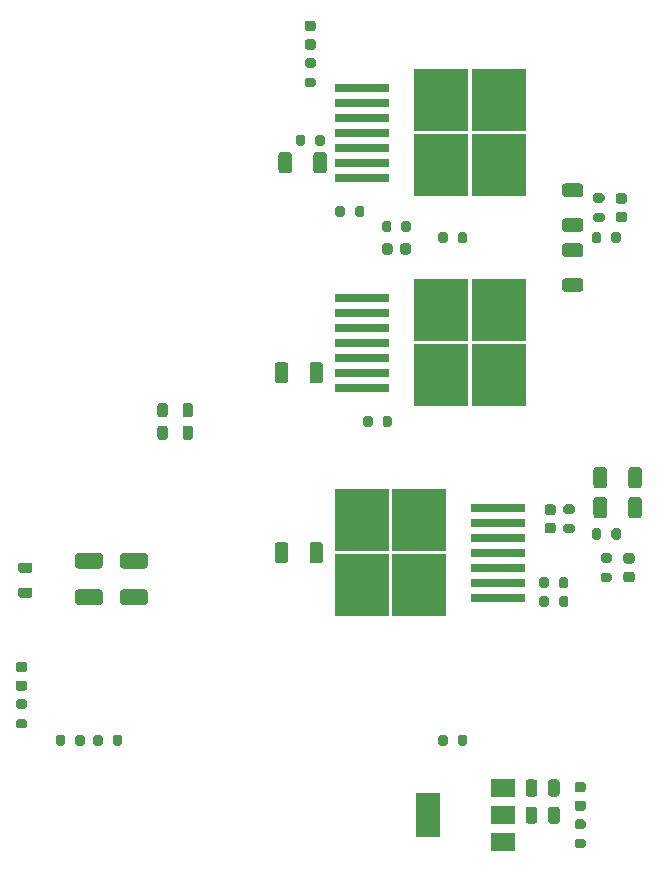
<source format=gbr>
%TF.GenerationSoftware,KiCad,Pcbnew,(5.1.9-0-10_14)*%
%TF.CreationDate,2021-03-28T17:01:51+02:00*%
%TF.ProjectId,Power-Supply,506f7765-722d-4537-9570-706c792e6b69,rev?*%
%TF.SameCoordinates,Original*%
%TF.FileFunction,Paste,Top*%
%TF.FilePolarity,Positive*%
%FSLAX46Y46*%
G04 Gerber Fmt 4.6, Leading zero omitted, Abs format (unit mm)*
G04 Created by KiCad (PCBNEW (5.1.9-0-10_14)) date 2021-03-28 17:01:51*
%MOMM*%
%LPD*%
G01*
G04 APERTURE LIST*
%ADD10R,2.000000X1.500000*%
%ADD11R,2.000000X3.800000*%
%ADD12R,4.550000X5.250000*%
%ADD13R,4.600000X0.800000*%
G04 APERTURE END LIST*
%TO.C,R2*%
G36*
G01*
X151480000Y-83215000D02*
X151480000Y-83765000D01*
G75*
G02*
X151280000Y-83965000I-200000J0D01*
G01*
X150880000Y-83965000D01*
G75*
G02*
X150680000Y-83765000I0J200000D01*
G01*
X150680000Y-83215000D01*
G75*
G02*
X150880000Y-83015000I200000J0D01*
G01*
X151280000Y-83015000D01*
G75*
G02*
X151480000Y-83215000I0J-200000D01*
G01*
G37*
G36*
G01*
X153130000Y-83215000D02*
X153130000Y-83765000D01*
G75*
G02*
X152930000Y-83965000I-200000J0D01*
G01*
X152530000Y-83965000D01*
G75*
G02*
X152330000Y-83765000I0J200000D01*
G01*
X152330000Y-83215000D01*
G75*
G02*
X152530000Y-83015000I200000J0D01*
G01*
X152930000Y-83015000D01*
G75*
G02*
X153130000Y-83215000I0J-200000D01*
G01*
G37*
%TD*%
%TO.C,C13*%
G36*
G01*
X140105000Y-77790001D02*
X140105000Y-76489999D01*
G75*
G02*
X140354999Y-76240000I249999J0D01*
G01*
X141005001Y-76240000D01*
G75*
G02*
X141255000Y-76489999I0J-249999D01*
G01*
X141255000Y-77790001D01*
G75*
G02*
X141005001Y-78040000I-249999J0D01*
G01*
X140354999Y-78040000D01*
G75*
G02*
X140105000Y-77790001I0J249999D01*
G01*
G37*
G36*
G01*
X137155000Y-77790001D02*
X137155000Y-76489999D01*
G75*
G02*
X137404999Y-76240000I249999J0D01*
G01*
X138055001Y-76240000D01*
G75*
G02*
X138305000Y-76489999I0J-249999D01*
G01*
X138305000Y-77790001D01*
G75*
G02*
X138055001Y-78040000I-249999J0D01*
G01*
X137404999Y-78040000D01*
G75*
G02*
X137155000Y-77790001I0J249999D01*
G01*
G37*
%TD*%
%TO.C,R4*%
G36*
G01*
X147567500Y-82812500D02*
X147567500Y-82262500D01*
G75*
G02*
X147767500Y-82062500I200000J0D01*
G01*
X148167500Y-82062500D01*
G75*
G02*
X148367500Y-82262500I0J-200000D01*
G01*
X148367500Y-82812500D01*
G75*
G02*
X148167500Y-83012500I-200000J0D01*
G01*
X147767500Y-83012500D01*
G75*
G02*
X147567500Y-82812500I0J200000D01*
G01*
G37*
G36*
G01*
X145917500Y-82812500D02*
X145917500Y-82262500D01*
G75*
G02*
X146117500Y-82062500I200000J0D01*
G01*
X146517500Y-82062500D01*
G75*
G02*
X146717500Y-82262500I0J-200000D01*
G01*
X146717500Y-82812500D01*
G75*
G02*
X146517500Y-83012500I-200000J0D01*
G01*
X146117500Y-83012500D01*
G75*
G02*
X145917500Y-82812500I0J200000D01*
G01*
G37*
%TD*%
%TO.C,R10*%
G36*
G01*
X160902500Y-112975000D02*
X160902500Y-112425000D01*
G75*
G02*
X161102500Y-112225000I200000J0D01*
G01*
X161502500Y-112225000D01*
G75*
G02*
X161702500Y-112425000I0J-200000D01*
G01*
X161702500Y-112975000D01*
G75*
G02*
X161502500Y-113175000I-200000J0D01*
G01*
X161102500Y-113175000D01*
G75*
G02*
X160902500Y-112975000I0J200000D01*
G01*
G37*
G36*
G01*
X159252500Y-112975000D02*
X159252500Y-112425000D01*
G75*
G02*
X159452500Y-112225000I200000J0D01*
G01*
X159852500Y-112225000D01*
G75*
G02*
X160052500Y-112425000I0J-200000D01*
G01*
X160052500Y-112975000D01*
G75*
G02*
X159852500Y-113175000I-200000J0D01*
G01*
X159452500Y-113175000D01*
G75*
G02*
X159252500Y-112975000I0J200000D01*
G01*
G37*
%TD*%
%TO.C,C6*%
G36*
G01*
X166775000Y-107000001D02*
X166775000Y-105699999D01*
G75*
G02*
X167024999Y-105450000I249999J0D01*
G01*
X167675001Y-105450000D01*
G75*
G02*
X167925000Y-105699999I0J-249999D01*
G01*
X167925000Y-107000001D01*
G75*
G02*
X167675001Y-107250000I-249999J0D01*
G01*
X167024999Y-107250000D01*
G75*
G02*
X166775000Y-107000001I0J249999D01*
G01*
G37*
G36*
G01*
X163825000Y-107000001D02*
X163825000Y-105699999D01*
G75*
G02*
X164074999Y-105450000I249999J0D01*
G01*
X164725001Y-105450000D01*
G75*
G02*
X164975000Y-105699999I0J-249999D01*
G01*
X164975000Y-107000001D01*
G75*
G02*
X164725001Y-107250000I-249999J0D01*
G01*
X164074999Y-107250000D01*
G75*
G02*
X163825000Y-107000001I0J249999D01*
G01*
G37*
%TD*%
%TO.C,R24*%
G36*
G01*
X140115000Y-69095000D02*
X139565000Y-69095000D01*
G75*
G02*
X139365000Y-68895000I0J200000D01*
G01*
X139365000Y-68495000D01*
G75*
G02*
X139565000Y-68295000I200000J0D01*
G01*
X140115000Y-68295000D01*
G75*
G02*
X140315000Y-68495000I0J-200000D01*
G01*
X140315000Y-68895000D01*
G75*
G02*
X140115000Y-69095000I-200000J0D01*
G01*
G37*
G36*
G01*
X140115000Y-70745000D02*
X139565000Y-70745000D01*
G75*
G02*
X139365000Y-70545000I0J200000D01*
G01*
X139365000Y-70145000D01*
G75*
G02*
X139565000Y-69945000I200000J0D01*
G01*
X140115000Y-69945000D01*
G75*
G02*
X140315000Y-70145000I0J-200000D01*
G01*
X140315000Y-70545000D01*
G75*
G02*
X140115000Y-70745000I-200000J0D01*
G01*
G37*
%TD*%
%TO.C,R14*%
G36*
G01*
X162975000Y-133547500D02*
X162425000Y-133547500D01*
G75*
G02*
X162225000Y-133347500I0J200000D01*
G01*
X162225000Y-132947500D01*
G75*
G02*
X162425000Y-132747500I200000J0D01*
G01*
X162975000Y-132747500D01*
G75*
G02*
X163175000Y-132947500I0J-200000D01*
G01*
X163175000Y-133347500D01*
G75*
G02*
X162975000Y-133547500I-200000J0D01*
G01*
G37*
G36*
G01*
X162975000Y-135197500D02*
X162425000Y-135197500D01*
G75*
G02*
X162225000Y-134997500I0J200000D01*
G01*
X162225000Y-134597500D01*
G75*
G02*
X162425000Y-134397500I200000J0D01*
G01*
X162975000Y-134397500D01*
G75*
G02*
X163175000Y-134597500I0J-200000D01*
G01*
X163175000Y-134997500D01*
G75*
G02*
X162975000Y-135197500I-200000J0D01*
G01*
G37*
%TD*%
%TO.C,R13*%
G36*
G01*
X115667500Y-123387500D02*
X115117500Y-123387500D01*
G75*
G02*
X114917500Y-123187500I0J200000D01*
G01*
X114917500Y-122787500D01*
G75*
G02*
X115117500Y-122587500I200000J0D01*
G01*
X115667500Y-122587500D01*
G75*
G02*
X115867500Y-122787500I0J-200000D01*
G01*
X115867500Y-123187500D01*
G75*
G02*
X115667500Y-123387500I-200000J0D01*
G01*
G37*
G36*
G01*
X115667500Y-125037500D02*
X115117500Y-125037500D01*
G75*
G02*
X114917500Y-124837500I0J200000D01*
G01*
X114917500Y-124437500D01*
G75*
G02*
X115117500Y-124237500I200000J0D01*
G01*
X115667500Y-124237500D01*
G75*
G02*
X115867500Y-124437500I0J-200000D01*
G01*
X115867500Y-124837500D01*
G75*
G02*
X115667500Y-125037500I-200000J0D01*
G01*
G37*
%TD*%
%TO.C,R12*%
G36*
G01*
X164647500Y-111855000D02*
X165197500Y-111855000D01*
G75*
G02*
X165397500Y-112055000I0J-200000D01*
G01*
X165397500Y-112455000D01*
G75*
G02*
X165197500Y-112655000I-200000J0D01*
G01*
X164647500Y-112655000D01*
G75*
G02*
X164447500Y-112455000I0J200000D01*
G01*
X164447500Y-112055000D01*
G75*
G02*
X164647500Y-111855000I200000J0D01*
G01*
G37*
G36*
G01*
X164647500Y-110205000D02*
X165197500Y-110205000D01*
G75*
G02*
X165397500Y-110405000I0J-200000D01*
G01*
X165397500Y-110805000D01*
G75*
G02*
X165197500Y-111005000I-200000J0D01*
G01*
X164647500Y-111005000D01*
G75*
G02*
X164447500Y-110805000I0J200000D01*
G01*
X164447500Y-110405000D01*
G75*
G02*
X164647500Y-110205000I200000J0D01*
G01*
G37*
%TD*%
%TO.C,R11*%
G36*
G01*
X164562500Y-80525000D02*
X164012500Y-80525000D01*
G75*
G02*
X163812500Y-80325000I0J200000D01*
G01*
X163812500Y-79925000D01*
G75*
G02*
X164012500Y-79725000I200000J0D01*
G01*
X164562500Y-79725000D01*
G75*
G02*
X164762500Y-79925000I0J-200000D01*
G01*
X164762500Y-80325000D01*
G75*
G02*
X164562500Y-80525000I-200000J0D01*
G01*
G37*
G36*
G01*
X164562500Y-82175000D02*
X164012500Y-82175000D01*
G75*
G02*
X163812500Y-81975000I0J200000D01*
G01*
X163812500Y-81575000D01*
G75*
G02*
X164012500Y-81375000I200000J0D01*
G01*
X164562500Y-81375000D01*
G75*
G02*
X164762500Y-81575000I0J-200000D01*
G01*
X164762500Y-81975000D01*
G75*
G02*
X164562500Y-82175000I-200000J0D01*
G01*
G37*
%TD*%
%TO.C,D5*%
G36*
G01*
X139583750Y-66695000D02*
X140096250Y-66695000D01*
G75*
G02*
X140315000Y-66913750I0J-218750D01*
G01*
X140315000Y-67351250D01*
G75*
G02*
X140096250Y-67570000I-218750J0D01*
G01*
X139583750Y-67570000D01*
G75*
G02*
X139365000Y-67351250I0J218750D01*
G01*
X139365000Y-66913750D01*
G75*
G02*
X139583750Y-66695000I218750J0D01*
G01*
G37*
G36*
G01*
X139583750Y-65120000D02*
X140096250Y-65120000D01*
G75*
G02*
X140315000Y-65338750I0J-218750D01*
G01*
X140315000Y-65776250D01*
G75*
G02*
X140096250Y-65995000I-218750J0D01*
G01*
X139583750Y-65995000D01*
G75*
G02*
X139365000Y-65776250I0J218750D01*
G01*
X139365000Y-65338750D01*
G75*
G02*
X139583750Y-65120000I218750J0D01*
G01*
G37*
%TD*%
%TO.C,D4*%
G36*
G01*
X162443750Y-131147500D02*
X162956250Y-131147500D01*
G75*
G02*
X163175000Y-131366250I0J-218750D01*
G01*
X163175000Y-131803750D01*
G75*
G02*
X162956250Y-132022500I-218750J0D01*
G01*
X162443750Y-132022500D01*
G75*
G02*
X162225000Y-131803750I0J218750D01*
G01*
X162225000Y-131366250D01*
G75*
G02*
X162443750Y-131147500I218750J0D01*
G01*
G37*
G36*
G01*
X162443750Y-129572500D02*
X162956250Y-129572500D01*
G75*
G02*
X163175000Y-129791250I0J-218750D01*
G01*
X163175000Y-130228750D01*
G75*
G02*
X162956250Y-130447500I-218750J0D01*
G01*
X162443750Y-130447500D01*
G75*
G02*
X162225000Y-130228750I0J218750D01*
G01*
X162225000Y-129791250D01*
G75*
G02*
X162443750Y-129572500I218750J0D01*
G01*
G37*
%TD*%
%TO.C,D3*%
G36*
G01*
X115136250Y-120987500D02*
X115648750Y-120987500D01*
G75*
G02*
X115867500Y-121206250I0J-218750D01*
G01*
X115867500Y-121643750D01*
G75*
G02*
X115648750Y-121862500I-218750J0D01*
G01*
X115136250Y-121862500D01*
G75*
G02*
X114917500Y-121643750I0J218750D01*
G01*
X114917500Y-121206250D01*
G75*
G02*
X115136250Y-120987500I218750J0D01*
G01*
G37*
G36*
G01*
X115136250Y-119412500D02*
X115648750Y-119412500D01*
G75*
G02*
X115867500Y-119631250I0J-218750D01*
G01*
X115867500Y-120068750D01*
G75*
G02*
X115648750Y-120287500I-218750J0D01*
G01*
X115136250Y-120287500D01*
G75*
G02*
X114917500Y-120068750I0J218750D01*
G01*
X114917500Y-119631250D01*
G75*
G02*
X115136250Y-119412500I218750J0D01*
G01*
G37*
%TD*%
%TO.C,D2*%
G36*
G01*
X167083750Y-111080000D02*
X166571250Y-111080000D01*
G75*
G02*
X166352500Y-110861250I0J218750D01*
G01*
X166352500Y-110423750D01*
G75*
G02*
X166571250Y-110205000I218750J0D01*
G01*
X167083750Y-110205000D01*
G75*
G02*
X167302500Y-110423750I0J-218750D01*
G01*
X167302500Y-110861250D01*
G75*
G02*
X167083750Y-111080000I-218750J0D01*
G01*
G37*
G36*
G01*
X167083750Y-112655000D02*
X166571250Y-112655000D01*
G75*
G02*
X166352500Y-112436250I0J218750D01*
G01*
X166352500Y-111998750D01*
G75*
G02*
X166571250Y-111780000I218750J0D01*
G01*
X167083750Y-111780000D01*
G75*
G02*
X167302500Y-111998750I0J-218750D01*
G01*
X167302500Y-112436250D01*
G75*
G02*
X167083750Y-112655000I-218750J0D01*
G01*
G37*
%TD*%
%TO.C,D1*%
G36*
G01*
X166448750Y-80600000D02*
X165936250Y-80600000D01*
G75*
G02*
X165717500Y-80381250I0J218750D01*
G01*
X165717500Y-79943750D01*
G75*
G02*
X165936250Y-79725000I218750J0D01*
G01*
X166448750Y-79725000D01*
G75*
G02*
X166667500Y-79943750I0J-218750D01*
G01*
X166667500Y-80381250D01*
G75*
G02*
X166448750Y-80600000I-218750J0D01*
G01*
G37*
G36*
G01*
X166448750Y-82175000D02*
X165936250Y-82175000D01*
G75*
G02*
X165717500Y-81956250I0J218750D01*
G01*
X165717500Y-81518750D01*
G75*
G02*
X165936250Y-81300000I218750J0D01*
G01*
X166448750Y-81300000D01*
G75*
G02*
X166667500Y-81518750I0J-218750D01*
G01*
X166667500Y-81956250D01*
G75*
G02*
X166448750Y-82175000I-218750J0D01*
G01*
G37*
%TD*%
%TO.C,C7*%
G36*
G01*
X139787500Y-110810001D02*
X139787500Y-109509999D01*
G75*
G02*
X140037499Y-109260000I249999J0D01*
G01*
X140687501Y-109260000D01*
G75*
G02*
X140937500Y-109509999I0J-249999D01*
G01*
X140937500Y-110810001D01*
G75*
G02*
X140687501Y-111060000I-249999J0D01*
G01*
X140037499Y-111060000D01*
G75*
G02*
X139787500Y-110810001I0J249999D01*
G01*
G37*
G36*
G01*
X136837500Y-110810001D02*
X136837500Y-109509999D01*
G75*
G02*
X137087499Y-109260000I249999J0D01*
G01*
X137737501Y-109260000D01*
G75*
G02*
X137987500Y-109509999I0J-249999D01*
G01*
X137987500Y-110810001D01*
G75*
G02*
X137737501Y-111060000I-249999J0D01*
G01*
X137087499Y-111060000D01*
G75*
G02*
X136837500Y-110810001I0J249999D01*
G01*
G37*
%TD*%
%TO.C,L2*%
G36*
G01*
X129035000Y-98476250D02*
X129035000Y-97713750D01*
G75*
G02*
X129253750Y-97495000I218750J0D01*
G01*
X129691250Y-97495000D01*
G75*
G02*
X129910000Y-97713750I0J-218750D01*
G01*
X129910000Y-98476250D01*
G75*
G02*
X129691250Y-98695000I-218750J0D01*
G01*
X129253750Y-98695000D01*
G75*
G02*
X129035000Y-98476250I0J218750D01*
G01*
G37*
G36*
G01*
X126910000Y-98476250D02*
X126910000Y-97713750D01*
G75*
G02*
X127128750Y-97495000I218750J0D01*
G01*
X127566250Y-97495000D01*
G75*
G02*
X127785000Y-97713750I0J-218750D01*
G01*
X127785000Y-98476250D01*
G75*
G02*
X127566250Y-98695000I-218750J0D01*
G01*
X127128750Y-98695000D01*
G75*
G02*
X126910000Y-98476250I0J218750D01*
G01*
G37*
%TD*%
%TO.C,L3*%
G36*
G01*
X129035000Y-100381250D02*
X129035000Y-99618750D01*
G75*
G02*
X129253750Y-99400000I218750J0D01*
G01*
X129691250Y-99400000D01*
G75*
G02*
X129910000Y-99618750I0J-218750D01*
G01*
X129910000Y-100381250D01*
G75*
G02*
X129691250Y-100600000I-218750J0D01*
G01*
X129253750Y-100600000D01*
G75*
G02*
X129035000Y-100381250I0J218750D01*
G01*
G37*
G36*
G01*
X126910000Y-100381250D02*
X126910000Y-99618750D01*
G75*
G02*
X127128750Y-99400000I218750J0D01*
G01*
X127566250Y-99400000D01*
G75*
G02*
X127785000Y-99618750I0J-218750D01*
G01*
X127785000Y-100381250D01*
G75*
G02*
X127566250Y-100600000I-218750J0D01*
G01*
X127128750Y-100600000D01*
G75*
G02*
X126910000Y-100381250I0J218750D01*
G01*
G37*
%TD*%
%TO.C,C12*%
G36*
G01*
X122032501Y-111507500D02*
X120182499Y-111507500D01*
G75*
G02*
X119932500Y-111257501I0J249999D01*
G01*
X119932500Y-110432499D01*
G75*
G02*
X120182499Y-110182500I249999J0D01*
G01*
X122032501Y-110182500D01*
G75*
G02*
X122282500Y-110432499I0J-249999D01*
G01*
X122282500Y-111257501D01*
G75*
G02*
X122032501Y-111507500I-249999J0D01*
G01*
G37*
G36*
G01*
X122032501Y-114582500D02*
X120182499Y-114582500D01*
G75*
G02*
X119932500Y-114332501I0J249999D01*
G01*
X119932500Y-113507499D01*
G75*
G02*
X120182499Y-113257500I249999J0D01*
G01*
X122032501Y-113257500D01*
G75*
G02*
X122282500Y-113507499I0J-249999D01*
G01*
X122282500Y-114332501D01*
G75*
G02*
X122032501Y-114582500I-249999J0D01*
G01*
G37*
%TD*%
%TO.C,C11*%
G36*
G01*
X125842501Y-111507500D02*
X123992499Y-111507500D01*
G75*
G02*
X123742500Y-111257501I0J249999D01*
G01*
X123742500Y-110432499D01*
G75*
G02*
X123992499Y-110182500I249999J0D01*
G01*
X125842501Y-110182500D01*
G75*
G02*
X126092500Y-110432499I0J-249999D01*
G01*
X126092500Y-111257501D01*
G75*
G02*
X125842501Y-111507500I-249999J0D01*
G01*
G37*
G36*
G01*
X125842501Y-114582500D02*
X123992499Y-114582500D01*
G75*
G02*
X123742500Y-114332501I0J249999D01*
G01*
X123742500Y-113507499D01*
G75*
G02*
X123992499Y-113257500I249999J0D01*
G01*
X125842501Y-113257500D01*
G75*
G02*
X126092500Y-113507499I0J-249999D01*
G01*
X126092500Y-114332501D01*
G75*
G02*
X125842501Y-114582500I-249999J0D01*
G01*
G37*
%TD*%
%TO.C,C5*%
G36*
G01*
X166775000Y-104460001D02*
X166775000Y-103159999D01*
G75*
G02*
X167024999Y-102910000I249999J0D01*
G01*
X167675001Y-102910000D01*
G75*
G02*
X167925000Y-103159999I0J-249999D01*
G01*
X167925000Y-104460001D01*
G75*
G02*
X167675001Y-104710000I-249999J0D01*
G01*
X167024999Y-104710000D01*
G75*
G02*
X166775000Y-104460001I0J249999D01*
G01*
G37*
G36*
G01*
X163825000Y-104460001D02*
X163825000Y-103159999D01*
G75*
G02*
X164074999Y-102910000I249999J0D01*
G01*
X164725001Y-102910000D01*
G75*
G02*
X164975000Y-103159999I0J-249999D01*
G01*
X164975000Y-104460001D01*
G75*
G02*
X164725001Y-104710000I-249999J0D01*
G01*
X164074999Y-104710000D01*
G75*
G02*
X163825000Y-104460001I0J249999D01*
G01*
G37*
%TD*%
%TO.C,C3*%
G36*
G01*
X139787500Y-95570001D02*
X139787500Y-94269999D01*
G75*
G02*
X140037499Y-94020000I249999J0D01*
G01*
X140687501Y-94020000D01*
G75*
G02*
X140937500Y-94269999I0J-249999D01*
G01*
X140937500Y-95570001D01*
G75*
G02*
X140687501Y-95820000I-249999J0D01*
G01*
X140037499Y-95820000D01*
G75*
G02*
X139787500Y-95570001I0J249999D01*
G01*
G37*
G36*
G01*
X136837500Y-95570001D02*
X136837500Y-94269999D01*
G75*
G02*
X137087499Y-94020000I249999J0D01*
G01*
X137737501Y-94020000D01*
G75*
G02*
X137987500Y-94269999I0J-249999D01*
G01*
X137987500Y-95570001D01*
G75*
G02*
X137737501Y-95820000I-249999J0D01*
G01*
X137087499Y-95820000D01*
G75*
G02*
X136837500Y-95570001I0J249999D01*
G01*
G37*
%TD*%
%TO.C,C2*%
G36*
G01*
X161414999Y-86930000D02*
X162715001Y-86930000D01*
G75*
G02*
X162965000Y-87179999I0J-249999D01*
G01*
X162965000Y-87830001D01*
G75*
G02*
X162715001Y-88080000I-249999J0D01*
G01*
X161414999Y-88080000D01*
G75*
G02*
X161165000Y-87830001I0J249999D01*
G01*
X161165000Y-87179999D01*
G75*
G02*
X161414999Y-86930000I249999J0D01*
G01*
G37*
G36*
G01*
X161414999Y-83980000D02*
X162715001Y-83980000D01*
G75*
G02*
X162965000Y-84229999I0J-249999D01*
G01*
X162965000Y-84880001D01*
G75*
G02*
X162715001Y-85130000I-249999J0D01*
G01*
X161414999Y-85130000D01*
G75*
G02*
X161165000Y-84880001I0J249999D01*
G01*
X161165000Y-84229999D01*
G75*
G02*
X161414999Y-83980000I249999J0D01*
G01*
G37*
%TD*%
%TO.C,C1*%
G36*
G01*
X162715001Y-80050000D02*
X161414999Y-80050000D01*
G75*
G02*
X161165000Y-79800001I0J249999D01*
G01*
X161165000Y-79149999D01*
G75*
G02*
X161414999Y-78900000I249999J0D01*
G01*
X162715001Y-78900000D01*
G75*
G02*
X162965000Y-79149999I0J-249999D01*
G01*
X162965000Y-79800001D01*
G75*
G02*
X162715001Y-80050000I-249999J0D01*
G01*
G37*
G36*
G01*
X162715001Y-83000000D02*
X161414999Y-83000000D01*
G75*
G02*
X161165000Y-82750001I0J249999D01*
G01*
X161165000Y-82099999D01*
G75*
G02*
X161414999Y-81850000I249999J0D01*
G01*
X162715001Y-81850000D01*
G75*
G02*
X162965000Y-82099999I0J-249999D01*
G01*
X162965000Y-82750001D01*
G75*
G02*
X162715001Y-83000000I-249999J0D01*
G01*
G37*
%TD*%
%TO.C,R21*%
G36*
G01*
X152330000Y-126310000D02*
X152330000Y-125760000D01*
G75*
G02*
X152530000Y-125560000I200000J0D01*
G01*
X152930000Y-125560000D01*
G75*
G02*
X153130000Y-125760000I0J-200000D01*
G01*
X153130000Y-126310000D01*
G75*
G02*
X152930000Y-126510000I-200000J0D01*
G01*
X152530000Y-126510000D01*
G75*
G02*
X152330000Y-126310000I0J200000D01*
G01*
G37*
G36*
G01*
X150680000Y-126310000D02*
X150680000Y-125760000D01*
G75*
G02*
X150880000Y-125560000I200000J0D01*
G01*
X151280000Y-125560000D01*
G75*
G02*
X151480000Y-125760000I0J-200000D01*
G01*
X151480000Y-126310000D01*
G75*
G02*
X151280000Y-126510000I-200000J0D01*
G01*
X150880000Y-126510000D01*
G75*
G02*
X150680000Y-126310000I0J200000D01*
G01*
G37*
%TD*%
%TO.C,R20*%
G36*
G01*
X123120000Y-126310000D02*
X123120000Y-125760000D01*
G75*
G02*
X123320000Y-125560000I200000J0D01*
G01*
X123720000Y-125560000D01*
G75*
G02*
X123920000Y-125760000I0J-200000D01*
G01*
X123920000Y-126310000D01*
G75*
G02*
X123720000Y-126510000I-200000J0D01*
G01*
X123320000Y-126510000D01*
G75*
G02*
X123120000Y-126310000I0J200000D01*
G01*
G37*
G36*
G01*
X121470000Y-126310000D02*
X121470000Y-125760000D01*
G75*
G02*
X121670000Y-125560000I200000J0D01*
G01*
X122070000Y-125560000D01*
G75*
G02*
X122270000Y-125760000I0J-200000D01*
G01*
X122270000Y-126310000D01*
G75*
G02*
X122070000Y-126510000I-200000J0D01*
G01*
X121670000Y-126510000D01*
G75*
G02*
X121470000Y-126310000I0J200000D01*
G01*
G37*
%TD*%
%TO.C,R19*%
G36*
G01*
X119945000Y-126310000D02*
X119945000Y-125760000D01*
G75*
G02*
X120145000Y-125560000I200000J0D01*
G01*
X120545000Y-125560000D01*
G75*
G02*
X120745000Y-125760000I0J-200000D01*
G01*
X120745000Y-126310000D01*
G75*
G02*
X120545000Y-126510000I-200000J0D01*
G01*
X120145000Y-126510000D01*
G75*
G02*
X119945000Y-126310000I0J200000D01*
G01*
G37*
G36*
G01*
X118295000Y-126310000D02*
X118295000Y-125760000D01*
G75*
G02*
X118495000Y-125560000I200000J0D01*
G01*
X118895000Y-125560000D01*
G75*
G02*
X119095000Y-125760000I0J-200000D01*
G01*
X119095000Y-126310000D01*
G75*
G02*
X118895000Y-126510000I-200000J0D01*
G01*
X118495000Y-126510000D01*
G75*
G02*
X118295000Y-126310000I0J200000D01*
G01*
G37*
%TD*%
%TO.C,L1*%
G36*
G01*
X115328750Y-113117500D02*
X116091250Y-113117500D01*
G75*
G02*
X116310000Y-113336250I0J-218750D01*
G01*
X116310000Y-113773750D01*
G75*
G02*
X116091250Y-113992500I-218750J0D01*
G01*
X115328750Y-113992500D01*
G75*
G02*
X115110000Y-113773750I0J218750D01*
G01*
X115110000Y-113336250D01*
G75*
G02*
X115328750Y-113117500I218750J0D01*
G01*
G37*
G36*
G01*
X115328750Y-110992500D02*
X116091250Y-110992500D01*
G75*
G02*
X116310000Y-111211250I0J-218750D01*
G01*
X116310000Y-111648750D01*
G75*
G02*
X116091250Y-111867500I-218750J0D01*
G01*
X115328750Y-111867500D01*
G75*
G02*
X115110000Y-111648750I0J218750D01*
G01*
X115110000Y-111211250D01*
G75*
G02*
X115328750Y-110992500I218750J0D01*
G01*
G37*
%TD*%
D10*
%TO.C,U5*%
X156150000Y-134685000D03*
X156150000Y-130085000D03*
X156150000Y-132385000D03*
D11*
X149850000Y-132385000D03*
%TD*%
%TO.C,C10*%
G36*
G01*
X159975000Y-132860000D02*
X159975000Y-131910000D01*
G75*
G02*
X160225000Y-131660000I250000J0D01*
G01*
X160725000Y-131660000D01*
G75*
G02*
X160975000Y-131910000I0J-250000D01*
G01*
X160975000Y-132860000D01*
G75*
G02*
X160725000Y-133110000I-250000J0D01*
G01*
X160225000Y-133110000D01*
G75*
G02*
X159975000Y-132860000I0J250000D01*
G01*
G37*
G36*
G01*
X158075000Y-132860000D02*
X158075000Y-131910000D01*
G75*
G02*
X158325000Y-131660000I250000J0D01*
G01*
X158825000Y-131660000D01*
G75*
G02*
X159075000Y-131910000I0J-250000D01*
G01*
X159075000Y-132860000D01*
G75*
G02*
X158825000Y-133110000I-250000J0D01*
G01*
X158325000Y-133110000D01*
G75*
G02*
X158075000Y-132860000I0J250000D01*
G01*
G37*
%TD*%
%TO.C,C9*%
G36*
G01*
X159975000Y-130560000D02*
X159975000Y-129610000D01*
G75*
G02*
X160225000Y-129360000I250000J0D01*
G01*
X160725000Y-129360000D01*
G75*
G02*
X160975000Y-129610000I0J-250000D01*
G01*
X160975000Y-130560000D01*
G75*
G02*
X160725000Y-130810000I-250000J0D01*
G01*
X160225000Y-130810000D01*
G75*
G02*
X159975000Y-130560000I0J250000D01*
G01*
G37*
G36*
G01*
X158075000Y-130560000D02*
X158075000Y-129610000D01*
G75*
G02*
X158325000Y-129360000I250000J0D01*
G01*
X158825000Y-129360000D01*
G75*
G02*
X159075000Y-129610000I0J-250000D01*
G01*
X159075000Y-130560000D01*
G75*
G02*
X158825000Y-130810000I-250000J0D01*
G01*
X158325000Y-130810000D01*
G75*
G02*
X158075000Y-130560000I0J250000D01*
G01*
G37*
%TD*%
%TO.C,R17*%
G36*
G01*
X161472500Y-107727500D02*
X162022500Y-107727500D01*
G75*
G02*
X162222500Y-107927500I0J-200000D01*
G01*
X162222500Y-108327500D01*
G75*
G02*
X162022500Y-108527500I-200000J0D01*
G01*
X161472500Y-108527500D01*
G75*
G02*
X161272500Y-108327500I0J200000D01*
G01*
X161272500Y-107927500D01*
G75*
G02*
X161472500Y-107727500I200000J0D01*
G01*
G37*
G36*
G01*
X161472500Y-106077500D02*
X162022500Y-106077500D01*
G75*
G02*
X162222500Y-106277500I0J-200000D01*
G01*
X162222500Y-106677500D01*
G75*
G02*
X162022500Y-106877500I-200000J0D01*
G01*
X161472500Y-106877500D01*
G75*
G02*
X161272500Y-106677500I0J200000D01*
G01*
X161272500Y-106277500D01*
G75*
G02*
X161472500Y-106077500I200000J0D01*
G01*
G37*
%TD*%
%TO.C,R7*%
G36*
G01*
X164497500Y-108297500D02*
X164497500Y-108847500D01*
G75*
G02*
X164297500Y-109047500I-200000J0D01*
G01*
X163897500Y-109047500D01*
G75*
G02*
X163697500Y-108847500I0J200000D01*
G01*
X163697500Y-108297500D01*
G75*
G02*
X163897500Y-108097500I200000J0D01*
G01*
X164297500Y-108097500D01*
G75*
G02*
X164497500Y-108297500I0J-200000D01*
G01*
G37*
G36*
G01*
X166147500Y-108297500D02*
X166147500Y-108847500D01*
G75*
G02*
X165947500Y-109047500I-200000J0D01*
G01*
X165547500Y-109047500D01*
G75*
G02*
X165347500Y-108847500I0J200000D01*
G01*
X165347500Y-108297500D01*
G75*
G02*
X165547500Y-108097500I200000J0D01*
G01*
X165947500Y-108097500D01*
G75*
G02*
X166147500Y-108297500I0J-200000D01*
G01*
G37*
%TD*%
%TO.C,R5*%
G36*
G01*
X145980000Y-99322500D02*
X145980000Y-98772500D01*
G75*
G02*
X146180000Y-98572500I200000J0D01*
G01*
X146580000Y-98572500D01*
G75*
G02*
X146780000Y-98772500I0J-200000D01*
G01*
X146780000Y-99322500D01*
G75*
G02*
X146580000Y-99522500I-200000J0D01*
G01*
X146180000Y-99522500D01*
G75*
G02*
X145980000Y-99322500I0J200000D01*
G01*
G37*
G36*
G01*
X144330000Y-99322500D02*
X144330000Y-98772500D01*
G75*
G02*
X144530000Y-98572500I200000J0D01*
G01*
X144930000Y-98572500D01*
G75*
G02*
X145130000Y-98772500I0J-200000D01*
G01*
X145130000Y-99322500D01*
G75*
G02*
X144930000Y-99522500I-200000J0D01*
G01*
X144530000Y-99522500D01*
G75*
G02*
X144330000Y-99322500I0J200000D01*
G01*
G37*
%TD*%
%TO.C,C4*%
G36*
G01*
X147467500Y-84692500D02*
X147467500Y-84192500D01*
G75*
G02*
X147692500Y-83967500I225000J0D01*
G01*
X148142500Y-83967500D01*
G75*
G02*
X148367500Y-84192500I0J-225000D01*
G01*
X148367500Y-84692500D01*
G75*
G02*
X148142500Y-84917500I-225000J0D01*
G01*
X147692500Y-84917500D01*
G75*
G02*
X147467500Y-84692500I0J225000D01*
G01*
G37*
G36*
G01*
X145917500Y-84692500D02*
X145917500Y-84192500D01*
G75*
G02*
X146142500Y-83967500I225000J0D01*
G01*
X146592500Y-83967500D01*
G75*
G02*
X146817500Y-84192500I0J-225000D01*
G01*
X146817500Y-84692500D01*
G75*
G02*
X146592500Y-84917500I-225000J0D01*
G01*
X146142500Y-84917500D01*
G75*
G02*
X145917500Y-84692500I0J225000D01*
G01*
G37*
%TD*%
D12*
%TO.C,U2*%
X150950000Y-95155000D03*
X155800000Y-89605000D03*
X150950000Y-89605000D03*
X155800000Y-95155000D03*
D13*
X144225000Y-96190000D03*
X144225000Y-94920000D03*
X144225000Y-93650000D03*
X144225000Y-92380000D03*
X144225000Y-91110000D03*
X144225000Y-89840000D03*
X144225000Y-88570000D03*
%TD*%
D12*
%TO.C,U3*%
X149050000Y-107385000D03*
X144200000Y-112935000D03*
X149050000Y-112935000D03*
X144200000Y-107385000D03*
D13*
X155775000Y-106350000D03*
X155775000Y-107620000D03*
X155775000Y-108890000D03*
X155775000Y-110160000D03*
X155775000Y-111430000D03*
X155775000Y-112700000D03*
X155775000Y-113970000D03*
%TD*%
D12*
%TO.C,U1*%
X150950000Y-77375000D03*
X155800000Y-71825000D03*
X150950000Y-71825000D03*
X155800000Y-77375000D03*
D13*
X144225000Y-78410000D03*
X144225000Y-77140000D03*
X144225000Y-75870000D03*
X144225000Y-74600000D03*
X144225000Y-73330000D03*
X144225000Y-72060000D03*
X144225000Y-70790000D03*
%TD*%
%TO.C,R8*%
G36*
G01*
X160052500Y-114012500D02*
X160052500Y-114562500D01*
G75*
G02*
X159852500Y-114762500I-200000J0D01*
G01*
X159452500Y-114762500D01*
G75*
G02*
X159252500Y-114562500I0J200000D01*
G01*
X159252500Y-114012500D01*
G75*
G02*
X159452500Y-113812500I200000J0D01*
G01*
X159852500Y-113812500D01*
G75*
G02*
X160052500Y-114012500I0J-200000D01*
G01*
G37*
G36*
G01*
X161702500Y-114012500D02*
X161702500Y-114562500D01*
G75*
G02*
X161502500Y-114762500I-200000J0D01*
G01*
X161102500Y-114762500D01*
G75*
G02*
X160902500Y-114562500I0J200000D01*
G01*
X160902500Y-114012500D01*
G75*
G02*
X161102500Y-113812500I200000J0D01*
G01*
X161502500Y-113812500D01*
G75*
G02*
X161702500Y-114012500I0J-200000D01*
G01*
G37*
%TD*%
%TO.C,R6*%
G36*
G01*
X143630000Y-81542500D02*
X143630000Y-80992500D01*
G75*
G02*
X143830000Y-80792500I200000J0D01*
G01*
X144230000Y-80792500D01*
G75*
G02*
X144430000Y-80992500I0J-200000D01*
G01*
X144430000Y-81542500D01*
G75*
G02*
X144230000Y-81742500I-200000J0D01*
G01*
X143830000Y-81742500D01*
G75*
G02*
X143630000Y-81542500I0J200000D01*
G01*
G37*
G36*
G01*
X141980000Y-81542500D02*
X141980000Y-80992500D01*
G75*
G02*
X142180000Y-80792500I200000J0D01*
G01*
X142580000Y-80792500D01*
G75*
G02*
X142780000Y-80992500I0J-200000D01*
G01*
X142780000Y-81542500D01*
G75*
G02*
X142580000Y-81742500I-200000J0D01*
G01*
X142180000Y-81742500D01*
G75*
G02*
X141980000Y-81542500I0J200000D01*
G01*
G37*
%TD*%
%TO.C,R3*%
G36*
G01*
X140265000Y-75510000D02*
X140265000Y-74960000D01*
G75*
G02*
X140465000Y-74760000I200000J0D01*
G01*
X140865000Y-74760000D01*
G75*
G02*
X141065000Y-74960000I0J-200000D01*
G01*
X141065000Y-75510000D01*
G75*
G02*
X140865000Y-75710000I-200000J0D01*
G01*
X140465000Y-75710000D01*
G75*
G02*
X140265000Y-75510000I0J200000D01*
G01*
G37*
G36*
G01*
X138615000Y-75510000D02*
X138615000Y-74960000D01*
G75*
G02*
X138815000Y-74760000I200000J0D01*
G01*
X139215000Y-74760000D01*
G75*
G02*
X139415000Y-74960000I0J-200000D01*
G01*
X139415000Y-75510000D01*
G75*
G02*
X139215000Y-75710000I-200000J0D01*
G01*
X138815000Y-75710000D01*
G75*
G02*
X138615000Y-75510000I0J200000D01*
G01*
G37*
%TD*%
%TO.C,R1*%
G36*
G01*
X164497500Y-83215000D02*
X164497500Y-83765000D01*
G75*
G02*
X164297500Y-83965000I-200000J0D01*
G01*
X163897500Y-83965000D01*
G75*
G02*
X163697500Y-83765000I0J200000D01*
G01*
X163697500Y-83215000D01*
G75*
G02*
X163897500Y-83015000I200000J0D01*
G01*
X164297500Y-83015000D01*
G75*
G02*
X164497500Y-83215000I0J-200000D01*
G01*
G37*
G36*
G01*
X166147500Y-83215000D02*
X166147500Y-83765000D01*
G75*
G02*
X165947500Y-83965000I-200000J0D01*
G01*
X165547500Y-83965000D01*
G75*
G02*
X165347500Y-83765000I0J200000D01*
G01*
X165347500Y-83215000D01*
G75*
G02*
X165547500Y-83015000I200000J0D01*
G01*
X165947500Y-83015000D01*
G75*
G02*
X166147500Y-83215000I0J-200000D01*
G01*
G37*
%TD*%
%TO.C,C8*%
G36*
G01*
X159910000Y-107627500D02*
X160410000Y-107627500D01*
G75*
G02*
X160635000Y-107852500I0J-225000D01*
G01*
X160635000Y-108302500D01*
G75*
G02*
X160410000Y-108527500I-225000J0D01*
G01*
X159910000Y-108527500D01*
G75*
G02*
X159685000Y-108302500I0J225000D01*
G01*
X159685000Y-107852500D01*
G75*
G02*
X159910000Y-107627500I225000J0D01*
G01*
G37*
G36*
G01*
X159910000Y-106077500D02*
X160410000Y-106077500D01*
G75*
G02*
X160635000Y-106302500I0J-225000D01*
G01*
X160635000Y-106752500D01*
G75*
G02*
X160410000Y-106977500I-225000J0D01*
G01*
X159910000Y-106977500D01*
G75*
G02*
X159685000Y-106752500I0J225000D01*
G01*
X159685000Y-106302500D01*
G75*
G02*
X159910000Y-106077500I225000J0D01*
G01*
G37*
%TD*%
M02*

</source>
